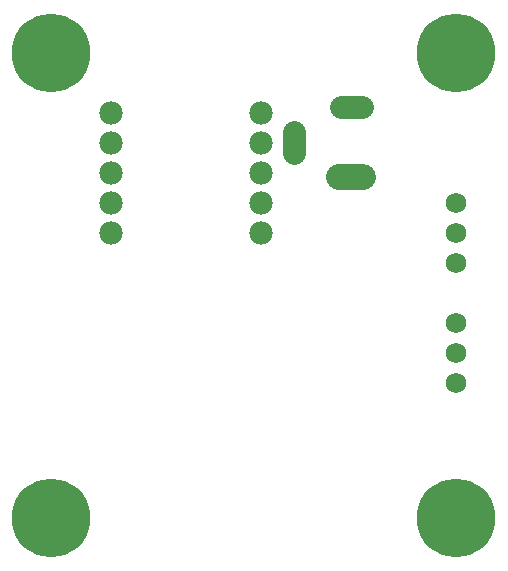
<source format=gbs>
G75*
%MOIN*%
%OFA0B0*%
%FSLAX24Y24*%
%IPPOS*%
%LPD*%
%AMOC8*
5,1,8,0,0,1.08239X$1,22.5*
%
%ADD10C,0.0780*%
%ADD11C,0.0780*%
%ADD12C,0.0880*%
%ADD13C,0.0680*%
%ADD14C,0.2620*%
D10*
X003680Y011180D03*
X003680Y012180D03*
X003680Y013180D03*
X003680Y014180D03*
X003680Y015180D03*
X008680Y015180D03*
X008680Y014180D03*
X008680Y013180D03*
X008680Y012180D03*
X008680Y011180D03*
D11*
X009751Y013848D02*
X009751Y014548D01*
X011330Y015399D02*
X012030Y015399D01*
D12*
X012080Y013036D02*
X011280Y013036D01*
D13*
X015180Y012180D03*
X015180Y011180D03*
X015180Y010180D03*
X015180Y008180D03*
X015180Y007180D03*
X015180Y006180D03*
D14*
X001680Y001680D03*
X001680Y017180D03*
X015180Y017180D03*
X015180Y001680D03*
M02*

</source>
